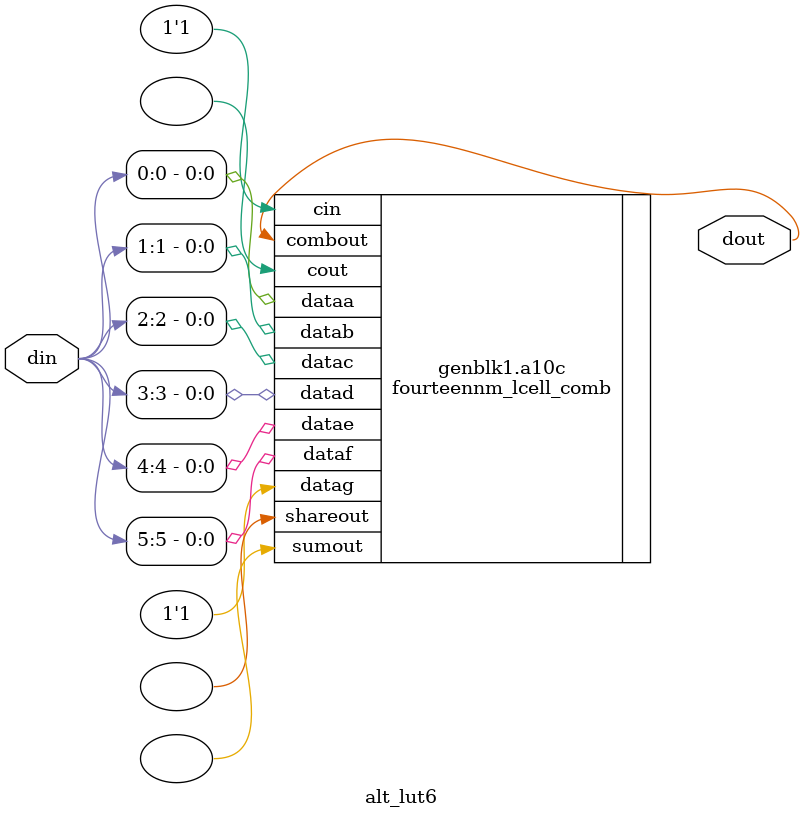
<source format=v>
module alt_lut6 #(
    parameter MASK = 64'h80000000_00000000,
    parameter SIM_EMULATE = 1'b0
) (
    input [5:0] din,
    output dout
);

generate
    if (SIM_EMULATE) begin
        assign dout = MASK [din];
    end else begin
        //Note: the S5 cell is 99% the same, and compatible
        //stratixv_lcell_comb a10c (
        //twentynm_lcell_comb a10c (
        fourteennm_lcell_comb a10c (
            .dataa (din[0]),
            .datab (din[1]),
            .datac (din[2]),
            .datad (din[3]),
            .datae (din[4]),
            .dataf (din[5]),
            .datag(1'b1),
            
            .cin(1'b1),
            
            
            // synthesis translate_off
            // this is for stratix 10 (fourteen) but not the others
            .datah(1'b1),
                        
            // this does not exist in S10, but is partially there in the models right this second
            .sharein(1'b0),
            // synthesis translate_on
            
            .sumout(),.cout(),.shareout(),
            .combout(dout)
        );
        defparam a10c .lut_mask = MASK;
        defparam a10c .shared_arith = "off";
        defparam a10c .extended_lut = "off";
    end
endgenerate

endmodule

</source>
